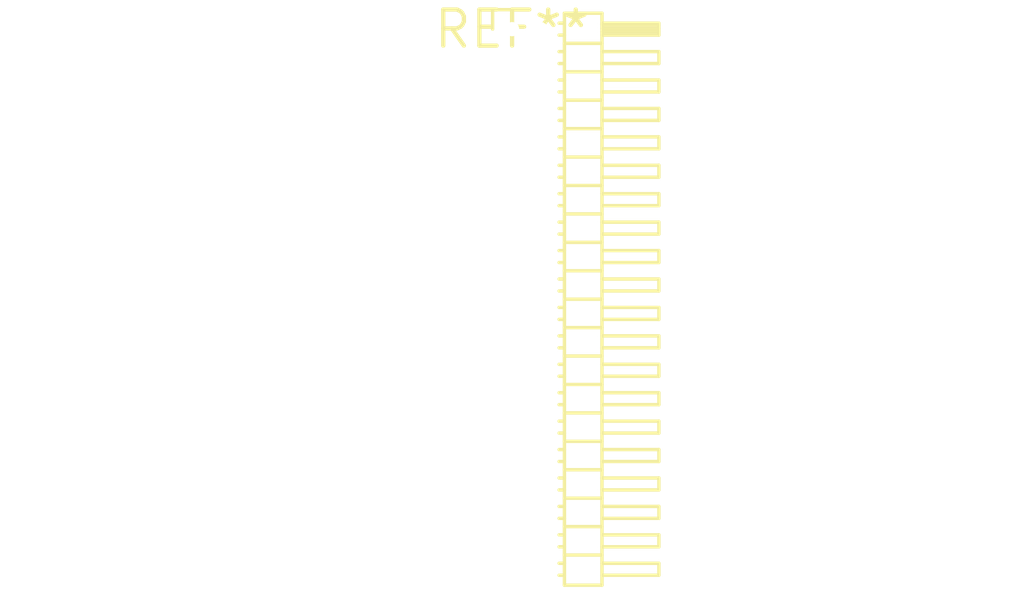
<source format=kicad_pcb>
(kicad_pcb (version 20240108) (generator pcbnew)
  (layers (0 "F.Cu" signal) (31 "B.Cu" signal) (34 "B.Paste" user) (35 "F.Paste" user) (36 "B.SilkS" user "B.Silkscreen") (37 "F.SilkS" user "F.Silkscreen") (38 "B.Mask" user) (39 "F.Mask" user) (44 "Edge.Cuts" user))
  (net 0 "")
  (footprint "PinHeader_2x20_P1.00mm_Horizontal" (layer "F.Cu") (at 0 0)
    (property "Reference" "REF**")
    (property "Value" "PinHeader_2x20_P1.00mm_Horizontal")
    (fp_line (start -0.685 -0.685) (end 0 -0.685) (layer "F.SilkS") (stroke (width 0.12)))
    (fp_line (start -0.685 0) (end -0.685 -0.685) (layer "F.SilkS") (stroke (width 0.12)))
    (fp_line (start 1.652016 -0.21) (end 1.84 -0.21) (layer "F.SilkS") (stroke (width 0.12)))
    (fp_line (start 1.652016 0.21) (end 1.84 0.21) (layer "F.SilkS") (stroke (width 0.12)))
    (fp_line (start 1.652016 0.79) (end 1.84 0.79) (layer "F.SilkS") (stroke (width 0.12)))
    (fp_line (start 1.652016 1.21) (end 1.84 1.21) (layer "F.SilkS") (stroke (width 0.12)))
    (fp_line (start 1.652016 1.79) (end 1.84 1.79) (layer "F.SilkS") (stroke (width 0.12)))
    (fp_line (start 1.652016 2.21) (end 1.84 2.21) (layer "F.SilkS") (stroke (width 0.12)))
    (fp_line (start 1.652016 2.79) (end 1.84 2.79) (layer "F.SilkS") (stroke (width 0.12)))
    (fp_line (start 1.652016 3.21) (end 1.84 3.21) (layer "F.SilkS") (stroke (width 0.12)))
    (fp_line (start 1.652016 3.79) (end 1.84 3.79) (layer "F.SilkS") (stroke (width 0.12)))
    (fp_line (start 1.652016 4.21) (end 1.84 4.21) (layer "F.SilkS") (stroke (width 0.12)))
    (fp_line (start 1.652016 4.79) (end 1.84 4.79) (layer "F.SilkS") (stroke (width 0.12)))
    (fp_line (start 1.652016 5.21) (end 1.84 5.21) (layer "F.SilkS") (stroke (width 0.12)))
    (fp_line (start 1.652016 5.79) (end 1.84 5.79) (layer "F.SilkS") (stroke (width 0.12)))
    (fp_line (start 1.652016 6.21) (end 1.84 6.21) (layer "F.SilkS") (stroke (width 0.12)))
    (fp_line (start 1.652016 6.79) (end 1.84 6.79) (layer "F.SilkS") (stroke (width 0.12)))
    (fp_line (start 1.652016 7.21) (end 1.84 7.21) (layer "F.SilkS") (stroke (width 0.12)))
    (fp_line (start 1.652016 7.79) (end 1.84 7.79) (layer "F.SilkS") (stroke (width 0.12)))
    (fp_line (start 1.652016 8.21) (end 1.84 8.21) (layer "F.SilkS") (stroke (width 0.12)))
    (fp_line (start 1.652016 8.79) (end 1.84 8.79) (layer "F.SilkS") (stroke (width 0.12)))
    (fp_line (start 1.652016 9.21) (end 1.84 9.21) (layer "F.SilkS") (stroke (width 0.12)))
    (fp_line (start 1.652016 9.79) (end 1.84 9.79) (layer "F.SilkS") (stroke (width 0.12)))
    (fp_line (start 1.652016 10.21) (end 1.84 10.21) (layer "F.SilkS") (stroke (width 0.12)))
    (fp_line (start 1.652016 10.79) (end 1.84 10.79) (layer "F.SilkS") (stroke (width 0.12)))
    (fp_line (start 1.652016 11.21) (end 1.84 11.21) (layer "F.SilkS") (stroke (width 0.12)))
    (fp_line (start 1.652016 11.79) (end 1.84 11.79) (layer "F.SilkS") (stroke (width 0.12)))
    (fp_line (start 1.652016 12.21) (end 1.84 12.21) (layer "F.SilkS") (stroke (width 0.12)))
    (fp_line (start 1.652016 12.79) (end 1.84 12.79) (layer "F.SilkS") (stroke (width 0.12)))
    (fp_line (start 1.652016 13.21) (end 1.84 13.21) (layer "F.SilkS") (stroke (width 0.12)))
    (fp_line (start 1.652016 13.79) (end 1.84 13.79) (layer "F.SilkS") (stroke (width 0.12)))
    (fp_line (start 1.652016 14.21) (end 1.84 14.21) (layer "F.SilkS") (stroke (width 0.12)))
    (fp_line (start 1.652016 14.79) (end 1.84 14.79) (layer "F.SilkS") (stroke (width 0.12)))
    (fp_line (start 1.652016 15.21) (end 1.84 15.21) (layer "F.SilkS") (stroke (width 0.12)))
    (fp_line (start 1.652016 15.79) (end 1.84 15.79) (layer "F.SilkS") (stroke (width 0.12)))
    (fp_line (start 1.652016 16.21) (end 1.84 16.21) (layer "F.SilkS") (stroke (width 0.12)))
    (fp_line (start 1.652016 16.79) (end 1.84 16.79) (layer "F.SilkS") (stroke (width 0.12)))
    (fp_line (start 1.652016 17.21) (end 1.84 17.21) (layer "F.SilkS") (stroke (width 0.12)))
    (fp_line (start 1.652016 17.79) (end 1.84 17.79) (layer "F.SilkS") (stroke (width 0.12)))
    (fp_line (start 1.652016 18.21) (end 1.84 18.21) (layer "F.SilkS") (stroke (width 0.12)))
    (fp_line (start 1.652016 18.79) (end 1.84 18.79) (layer "F.SilkS") (stroke (width 0.12)))
    (fp_line (start 1.652016 19.21) (end 1.84 19.21) (layer "F.SilkS") (stroke (width 0.12)))
    (fp_line (start 1.84 -0.56) (end 1.84 19.56) (layer "F.SilkS") (stroke (width 0.12)))
    (fp_line (start 1.84 0.5) (end 3.16 0.5) (layer "F.SilkS") (stroke (width 0.12)))
    (fp_line (start 1.84 1.5) (end 3.16 1.5) (layer "F.SilkS") (stroke (width 0.12)))
    (fp_line (start 1.84 2.5) (end 3.16 2.5) (layer "F.SilkS") (stroke (width 0.12)))
    (fp_line (start 1.84 3.5) (end 3.16 3.5) (layer "F.SilkS") (stroke (width 0.12)))
    (fp_line (start 1.84 4.5) (end 3.16 4.5) (layer "F.SilkS") (stroke (width 0.12)))
    (fp_line (start 1.84 5.5) (end 3.16 5.5) (layer "F.SilkS") (stroke (width 0.12)))
    (fp_line (start 1.84 6.5) (end 3.16 6.5) (layer "F.SilkS") (stroke (width 0.12)))
    (fp_line (start 1.84 7.5) (end 3.16 7.5) (layer "F.SilkS") (stroke (width 0.12)))
    (fp_line (start 1.84 8.5) (end 3.16 8.5) (layer "F.SilkS") (stroke (width 0.12)))
    (fp_line (start 1.84 9.5) (end 3.16 9.5) (layer "F.SilkS") (stroke (width 0.12)))
    (fp_line (start 1.84 10.5) (end 3.16 10.5) (layer "F.SilkS") (stroke (width 0.12)))
    (fp_line (start 1.84 11.5) (end 3.16 11.5) (layer "F.SilkS") (stroke (width 0.12)))
    (fp_line (start 1.84 12.5) (end 3.16 12.5) (layer "F.SilkS") (stroke (width 0.12)))
    (fp_line (start 1.84 13.5) (end 3.16 13.5) (layer "F.SilkS") (stroke (width 0.12)))
    (fp_line (start 1.84 14.5) (end 3.16 14.5) (layer "F.SilkS") (stroke (width 0.12)))
    (fp_line (start 1.84 15.5) (end 3.16 15.5) (layer "F.SilkS") (stroke (width 0.12)))
    (fp_line (start 1.84 16.5) (end 3.16 16.5) (layer "F.SilkS") (stroke (width 0.12)))
    (fp_line (start 1.84 17.5) (end 3.16 17.5) (layer "F.SilkS") (stroke (width 0.12)))
    (fp_line (start 1.84 18.5) (end 3.16 18.5) (layer "F.SilkS") (stroke (width 0.12)))
    (fp_line (start 1.84 19.56) (end 3.16 19.56) (layer "F.SilkS") (stroke (width 0.12)))
    (fp_line (start 3.16 -0.56) (end 1.84 -0.56) (layer "F.SilkS") (stroke (width 0.12)))
    (fp_line (start 3.16 -0.21) (end 5.16 -0.21) (layer "F.SilkS") (stroke (width 0.12)))
    (fp_line (start 3.16 -0.15) (end 5.16 -0.15) (layer "F.SilkS") (stroke (width 0.12)))
    (fp_line (start 3.16 -0.03) (end 5.16 -0.03) (layer "F.SilkS") (stroke (width 0.12)))
    (fp_line (start 3.16 0.09) (end 5.16 0.09) (layer "F.SilkS") (stroke (width 0.12)))
    (fp_line (start 3.16 0.79) (end 5.16 0.79) (layer "F.SilkS") (stroke (width 0.12)))
    (fp_line (start 3.16 1.79) (end 5.16 1.79) (layer "F.SilkS") (stroke (width 0.12)))
    (fp_line (start 3.16 2.79) (end 5.16 2.79) (layer "F.SilkS") (stroke (width 0.12)))
    (fp_line (start 3.16 3.79) (end 5.16 3.79) (layer "F.SilkS") (stroke (width 0.12)))
    (fp_line (start 3.16 4.79) (end 5.16 4.79) (layer "F.SilkS") (stroke (width 0.12)))
    (fp_line (start 3.16 5.79) (end 5.16 5.79) (layer "F.SilkS") (stroke (width 0.12)))
    (fp_line (start 3.16 6.79) (end 5.16 6.79) (layer "F.SilkS") (stroke (width 0.12)))
    (fp_line (start 3.16 7.79) (end 5.16 7.79) (layer "F.SilkS") (stroke (width 0.12)))
    (fp_line (start 3.16 8.79) (end 5.16 8.79) (layer "F.SilkS") (stroke (width 0.12)))
    (fp_line (start 3.16 9.79) (end 5.16 9.79) (layer "F.SilkS") (stroke (width 0.12)))
    (fp_line (start 3.16 10.79) (end 5.16 10.79) (layer "F.SilkS") (stroke (width 0.12)))
    (fp_line (start 3.16 11.79) (end 5.16 11.79) (layer "F.SilkS") (stroke (width 0.12)))
    (fp_line (start 3.16 12.79) (end 5.16 12.79) (layer "F.SilkS") (stroke (width 0.12)))
    (fp_line (start 3.16 13.79) (end 5.16 13.79) (layer "F.SilkS") (stroke (width 0.12)))
    (fp_line (start 3.16 14.79) (end 5.16 14.79) (layer "F.SilkS") (stroke (width 0.12)))
    (fp_line (start 3.16 15.79) (end 5.16 15.79) (layer "F.SilkS") (stroke (width 0.12)))
    (fp_line (start 3.16 16.79) (end 5.16 16.79) (layer "F.SilkS") (stroke (width 0.12)))
    (fp_line (start 3.16 17.79) (end 5.16 17.79) (layer "F.SilkS") (stroke (width 0.12)))
    (fp_line (start 3.16 18.79) (end 5.16 18.79) (layer "F.SilkS") (stroke (width 0.12)))
    (fp_line (start 3.16 19.56) (end 3.16 -0.56) (layer "F.SilkS") (stroke (width 0.12)))
    (fp_line (start 5.16 -0.21) (end 5.16 0.21) (layer "F.SilkS") (stroke (width 0.12)))
    (fp_line (start 5.16 0.21) (end 3.16 0.21) (layer "F.SilkS") (stroke (width 0.12)))
    (fp_line (start 5.16 0.79) (end 5.16 1.21) (layer "F.SilkS") (stroke (width 0.12)))
    (fp_line (start 5.16 1.21) (end 3.16 1.21) (layer "F.SilkS") (stroke (width 0.12)))
    (fp_line (start 5.16 1.79) (end 5.16 2.21) (layer "F.SilkS") (stroke (width 0.12)))
    (fp_line (start 5.16 2.21) (end 3.16 2.21) (layer "F.SilkS") (stroke (width 0.12)))
    (fp_line (start 5.16 2.79) (end 5.16 3.21) (layer "F.SilkS") (stroke (width 0.12)))
    (fp_line (start 5.16 3.21) (end 3.16 3.21) (layer "F.SilkS") (stroke (width 0.12)))
    (fp_line (start 5.16 3.79) (end 5.16 4.21) (layer "F.SilkS") (stroke (width 0.12)))
    (fp_line (start 5.16 4.21) (end 3.16 4.21) (layer "F.SilkS") (stroke (width 0.12)))
    (fp_line (start 5.16 4.79) (end 5.16 5.21) (layer "F.SilkS") (stroke (width 0.12)))
    (fp_line (start 5.16 5.21) (end 3.16 5.21) (layer "F.SilkS") (stroke (width 0.12)))
    (fp_line (start 5.16 5.79) (end 5.16 6.21) (layer "F.SilkS") (stroke (width 0.12)))
    (fp_line (start 5.16 6.21) (end 3.16 6.21) (layer "F.SilkS") (stroke (width 0.12)))
    (fp_line (start 5.16 6.79) (end 5.16 7.21) (layer "F.SilkS") (stroke (width 0.12)))
    (fp_line (start 5.16 7.21) (end 3.16 7.21) (layer "F.SilkS") (stroke (width 0.12)))
    (fp_line (start 5.16 7.79) (end 5.16 8.21) (layer "F.SilkS") (stroke (width 0.12)))
    (fp_line (start 5.16 8.21) (end 3.16 8.21) (layer "F.SilkS") (stroke (width 0.12)))
    (fp_line (start 5.16 8.79) (end 5.16 9.21) (layer "F.SilkS") (stroke (width 0.12)))
    (fp_line (start 5.16 9.21) (end 3.16 9.21) (layer "F.SilkS") (stroke (width 0.12)))
    (fp_line (start 5.16 9.79) (end 5.16 10.21) (layer "F.SilkS") (stroke (width 0.12)))
    (fp_line (start 5.16 10.21) (end 3.16 10.21) (layer "F.SilkS") (stroke (width 0.12)))
    (fp_line (start 5.16 10.79) (end 5.16 11.21) (layer "F.SilkS") (stroke (width 0.12)))
    (fp_line (start 5.16 11.21) (end 3.16 11.21) (layer "F.SilkS") (stroke (width 0.12)))
    (fp_line (start 5.16 11.79) (end 5.16 12.21) (layer "F.SilkS") (stroke (width 0.12)))
    (fp_line (start 5.16 12.21) (end 3.16 12.21) (layer "F.SilkS") (stroke (width 0.12)))
    (fp_line (start 5.16 12.79) (end 5.16 13.21) (layer "F.SilkS") (stroke (width 0.12)))
    (fp_line (start 5.16 13.21) (end 3.16 13.21) (layer "F.SilkS") (stroke (width 0.12)))
    (fp_line (start 5.16 13.79) (end 5.16 14.21) (layer "F.SilkS") (stroke (width 0.12)))
    (fp_line (start 5.16 14.21) (end 3.16 14.21) (layer "F.SilkS") (stroke (width 0.12)))
    (fp_line (start 5.16 14.79) (end 5.16 15.21) (layer "F.SilkS") (stroke (width 0.12)))
    (fp_line (start 5.16 15.21) (end 3.16 15.21) (layer "F.SilkS") (stroke (width 0.12)))
    (fp_line (start 5.16 15.79) (end 5.16 16.21) (layer "F.SilkS") (stroke (width 0.12)))
    (fp_line (start 5.16 16.21) (end 3.16 16.21) (layer "F.SilkS") (stroke (width 0.12)))
    (fp_line (start 5.16 16.79) (end 5.16 17.21) (layer "F.SilkS") (stroke (width 0.12)))
    (fp_line (start 5.16 17.21) (end 3.16 17.21) (layer "F.SilkS") (stroke (width 0.12)))
    (fp_line (start 5.16 17.79) (end 5.16 18.21) (layer "F.SilkS") (stroke (width 0.12)))
    (fp_line (start 5.16 18.21) (end 3.16 18.21) (layer "F.SilkS") (stroke (width 0.12)))
    (fp_line (start 5.16 18.79) (end 5.16 19.21) (layer "F.SilkS") (stroke (width 0.12)))
    (fp_line (start 5.16 19.21) (end 3.16 19.21) (layer "F.SilkS") (stroke (width 0.12)))
    (pad "1" thru_hole rect (at 0 0) (size 0.85 0.85) (drill 0.5) (layers *.Cu *.Mask) (remove_unused_layers))
    (pad "2" thru_hole oval (at 1 0) (size 0.85 0.85) (drill 0.5) (layers *.Cu *.Mask) (remove_unused_layers))
    (pad "3" thru_hole oval (at 0 1) (size 0.85 0.85) (drill 0.5) (layers *.Cu *.Mask) (remove_unused_layers))
    (pad "4" thru_hole oval (at 1 1) (size 0.85 0.85) (drill 0.5) (layers *.Cu *.Mask) (remove_unused_layers))
    (pad "5" thru_hole oval (at 0 2) (size 0.85 0.85) (drill 0.5) (layers *.Cu *.Mask) (remove_unused_layers))
    (pad "6" thru_hole oval (at 1 2) (size 0.85 0.85) (drill 0.5) (layers *.Cu *.Mask) (remove_unused_layers))
    (pad "7" thru_hole oval (at 0 3) (size 0.85 0.85) (drill 0.5) (layers *.Cu *.Mask) (remove_unused_layers))
    (pad "8" thru_hole oval (at 1 3) (size 0.85 0.85) (drill 0.5) (layers *.Cu *.Mask) (remove_unused_layers))
    (pad "9" thru_hole oval (at 0 4) (size 0.85 0.85) (drill 0.5) (layers *.Cu *.Mask) (remove_unused_layers))
    (pad "10" thru_hole oval (at 1 4) (size 0.85 0.85) (drill 0.5) (layers *.Cu *.Mask) (remove_unused_layers))
    (pad "11" thru_hole oval (at 0 5) (size 0.85 0.85) (drill 0.5) (layers *.Cu *.Mask) (remove_unused_layers))
    (pad "12" thru_hole oval (at 1 5) (size 0.85 0.85) (drill 0.5) (layers *.Cu *.Mask) (remove_unused_layers))
    (pad "13" thru_hole oval (at 0 6) (size 0.85 0.85) (drill 0.5) (layers *.Cu *.Mask) (remove_unused_layers))
    (pad "14" thru_hole oval (at 1 6) (size 0.85 0.85) (drill 0.5) (layers *.Cu *.Mask) (remove_unused_layers))
    (pad "15" thru_hole oval (at 0 7) (size 0.85 0.85) (drill 0.5) (layers *.Cu *.Mask) (remove_unused_layers))
    (pad "16" thru_hole oval (at 1 7) (size 0.85 0.85) (drill 0.5) (layers *.Cu *.Mask) (remove_unused_layers))
    (pad "17" thru_hole oval (at 0 8) (size 0.85 0.85) (drill 0.5) (layers *.Cu *.Mask) (remove_unused_layers))
    (pad "18" thru_hole oval (at 1 8) (size 0.85 0.85) (drill 0.5) (layers *.Cu *.Mask) (remove_unused_layers))
    (pad "19" thru_hole oval (at 0 9) (size 0.85 0.85) (drill 0.5) (layers *.Cu *.Mask) (remove_unused_layers))
    (pad "20" thru_hole oval (at 1 9) (size 0.85 0.85) (drill 0.5) (layers *.Cu *.Mask) (remove_unused_layers))
    (pad "21" thru_hole oval (at 0 10) (size 0.85 0.85) (drill 0.5) (layers *.Cu *.Mask) (remove_unused_layers))
    (pad "22" thru_hole oval (at 1 10) (size 0.85 0.85) (drill 0.5) (layers *.Cu *.Mask) (remove_unused_layers))
    (pad "23" thru_hole oval (at 0 11) (size 0.85 0.85) (drill 0.5) (layers *.Cu *.Mask) (remove_unused_layers))
    (pad "24" thru_hole oval (at 1 11) (size 0.85 0.85) (drill 0.5) (layers *.Cu *.Mask) (remove_unused_layers))
    (pad "25" thru_hole oval (at 0 12) (size 0.85 0.85) (drill 0.5) (layers *.Cu *.Mask) (remove_unused_layers))
    (pad "26" thru_hole oval (at 1 12) (size 0.85 0.85) (drill 0.5) (layers *.Cu *.Mask) (remove_unused_layers))
    (pad "27" thru_hole oval (at 0 13) (size 0.85 0.85) (drill 0.5) (layers *.Cu *.Mask) (remove_unused_layers))
    (pad "28" thru_hole oval (at 1 13) (size 0.85 0.85) (drill 0.5) (layers *.Cu *.Mask) (remove_unused_layers))
    (pad "29" thru_hole oval (at 0 14) (size 0.85 0.85) (drill 0.5) (layers *.Cu *.Mask) (remove_unused_layers))
    (pad "30" thru_hole oval (at 1 14) (size 0.85 0.85) (drill 0.5) (layers *.Cu *.Mask) (remove_unused_layers))
    (pad "31" thru_hole oval (at 0 15) (size 0.85 0.85) (drill 0.5) (layers *.Cu *.Mask) (remove_unused_layers))
    (pad "32" thru_hole oval (at 1 15) (size 0.85 0.85) (drill 0.5) (layers *.Cu *.Mask) (remove_unused_layers))
    (pad "33" thru_hole oval (at 0 16) (size 0.85 0.85) (drill 0.5) (layers *.Cu *.Mask) (remove_unused_layers))
    (pad "34" thru_hole oval (at 1 16) (size 0.85 0.85) (drill 0.5) (layers *.Cu *.Mask) (remove_unused_layers))
    (pad "35" thru_hole oval (at 0 17) (size 0.85 0.85) (drill 0.5) (layers *.Cu *.Mask) (remove_unused_layers))
    (pad "36" thru_hole oval (at 1 17) (size 0.85 0.85) (drill 0.5) (layers *.Cu *.Mask) (remove_unused_layers))
    (pad "37" thru_hole oval (at 0 18) (size 0.85 0.85) (drill 0.5) (layers *.Cu *.Mask) (remove_unused_layers))
    (pad "38" thru_hole oval (at 1 18) (size 0.85 0.85) (drill 0.5) (layers *.Cu *.Mask) (remove_unused_layers))
    (pad "39" thru_hole oval (at 0 19) (size 0.85 0.85) (drill 0.5) (layers *.Cu *.Mask) (remove_unused_layers))
    (pad "40" thru_hole oval (at 1 19) (size 0.85 0.85) (drill 0.5) (layers *.Cu *.Mask) (remove_unused_layers))
  )
)
</source>
